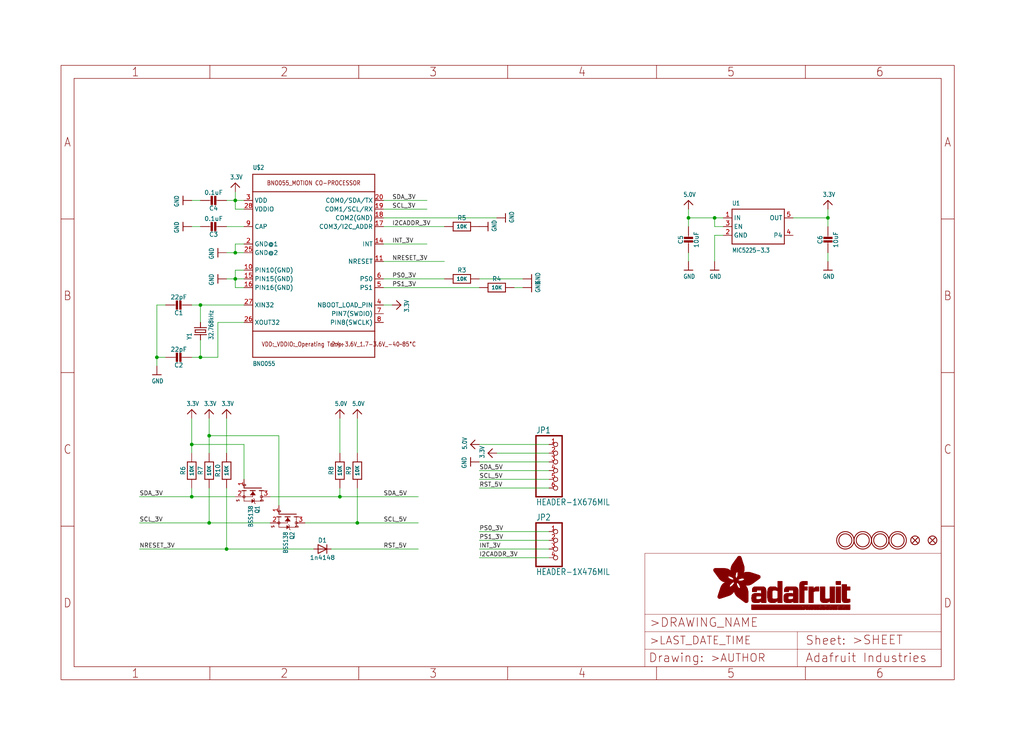
<source format=kicad_sch>
(kicad_sch (version 20211123) (generator eeschema)
  (paper "User" 298.45 218.313)
  (lib_symbols
    (symbol "Adafruit BNO055-eagle-import:3.3V" (power)
      (property "Value" "3.3V" (at -1.524 1.016 0))
      (symbol "3.3V_1_0"
        (pin power_in line (at 0 -2.54 90) (length 2.54) (name "3.3V") (number "1"))
      )
    )
    (symbol "Adafruit BNO055-eagle-import:5.0V" (power)
      (property "Value" "5.0V" (at -1.524 1.016 0))
      (symbol "5.0V_1_0"
        (pin power_in line (at 0 -2.54 90) (length 2.54) (name "5.0V") (number "1"))
      )
    )
    (symbol "Adafruit BNO055-eagle-import:BNO055"
      (property "Value" "BNO055" (at -17.78 -30.48 0))
      (symbol "BNO055_1_0"
        (text "2.4-3.6V_1.7-3.6V_-40~85°C" (at 5.08 -24.13 0) (effects (font (size 1.27 1.0795)) (justify left)))
        (text "BNO055_MOTION CO-PROCESSOR" (at 0 22.86 0) (effects (font (size 1.27 1.0795))))
        (text "VDD:_VDDIO:_Operating Temp:" (at -15.24 -24.13 0) (effects (font (size 1.27 1.0795)) (justify left)))
        (pin bidirectional line (at -20.32 -2.54 0) (length 2.54) (name "PIN10(GND)") (number "10"))
        (pin bidirectional line (at 20.32 0 180) (length 2.54) (name "NRESET") (number "11"))
        (pin output line (at 20.32 5.08 180) (length 2.54) (name "INT") (number "14"))
        (pin bidirectional line (at -20.32 -5.08 0) (length 2.54) (name "PIN15(GND)") (number "15"))
        (pin bidirectional line (at -20.32 -7.62 0) (length 2.54) (name "PIN16(GND)") (number "16"))
        (pin bidirectional line (at 20.32 10.16 180) (length 2.54) (name "COM3/I2C_ADDR") (number "17"))
        (pin bidirectional line (at 20.32 12.7 180) (length 2.54) (name "COM2(GND)") (number "18"))
        (pin bidirectional line (at 20.32 15.24 180) (length 2.54) (name "COM1/SCL/RX") (number "19"))
        (pin power_in line (at -20.32 5.08 0) (length 2.54) (name "GND@1") (number "2"))
        (pin bidirectional line (at 20.32 17.78 180) (length 2.54) (name "COM0/SDA/TX") (number "20"))
        (pin power_in line (at -20.32 2.54 0) (length 2.54) (name "GND@2") (number "25"))
        (pin output line (at -20.32 -17.78 0) (length 2.54) (name "XOUT32") (number "26"))
        (pin input line (at -20.32 -12.7 0) (length 2.54) (name "XIN32") (number "27"))
        (pin power_in line (at -20.32 15.24 0) (length 2.54) (name "VDDIO") (number "28"))
        (pin power_in line (at -20.32 17.78 0) (length 2.54) (name "VDD") (number "3"))
        (pin bidirectional line (at 20.32 -12.7 180) (length 2.54) (name "NBOOT_LOAD_PIN") (number "4"))
        (pin input line (at 20.32 -7.62 180) (length 2.54) (name "PS1") (number "5"))
        (pin input line (at 20.32 -5.08 180) (length 2.54) (name "PS0") (number "6"))
        (pin bidirectional line (at 20.32 -15.24 180) (length 2.54) (name "PIN7(SWDIO)") (number "7"))
        (pin bidirectional line (at 20.32 -17.78 180) (length 2.54) (name "PIN8(SWCLK)") (number "8"))
        (pin passive line (at -20.32 10.16 0) (length 2.54) (name "CAP") (number "9"))
      )
    )
    (symbol "Adafruit BNO055-eagle-import:CAP_CERAMIC0805-NOOUTLINE"
      (property "Reference" "C" (at -2.29 1.25 90))
      (property "Value" "CAP_CERAMIC0805-NOOUTLINE" (at 2.3 1.25 90))
      (symbol "CAP_CERAMIC0805-NOOUTLINE_1_0"
        (pin passive line (at 0 5.08 270) (length 2.54) (name "1") (number "1"))
        (pin passive line (at 0 -2.54 90) (length 2.54) (name "2") (number "2"))
      )
    )
    (symbol "Adafruit BNO055-eagle-import:CAP_CERAMIC0805_10MGAP"
      (property "Reference" "C" (at -2.29 1.25 90))
      (property "Value" "CAP_CERAMIC0805_10MGAP" (at 2.3 1.25 90))
      (symbol "CAP_CERAMIC0805_10MGAP_1_0"
        (pin passive line (at 0 5.08 270) (length 2.54) (name "1") (number "1"))
        (pin passive line (at 0 -2.54 90) (length 2.54) (name "2") (number "2"))
      )
    )
    (symbol "Adafruit BNO055-eagle-import:CRYSTAL8.0X3.8"
      (property "Reference" "Y" (at -2.54 2.54 0))
      (property "Value" "CRYSTAL8.0X3.8" (at -2.54 -3.81 0))
      (symbol "CRYSTAL8.0X3.8_1_0"
        (pin passive line (at -2.54 0 0) (length 0) (name "1") (number "P$1"))
        (pin passive line (at 2.54 0 180) (length 0) (name "2") (number "P$4"))
      )
    )
    (symbol "Adafruit BNO055-eagle-import:DIODESOD-323"
      (property "Reference" "D" (at 0 2.54 0))
      (property "Value" "DIODESOD-323" (at 0 -2.5 0))
      (symbol "DIODESOD-323_1_0"
        (pin passive line (at -2.54 0 0) (length 2.54) (name "A") (number "A"))
        (pin passive line (at 2.54 0 180) (length 2.54) (name "C") (number "C"))
      )
    )
    (symbol "Adafruit BNO055-eagle-import:FIDUCIAL{dblquote}{dblquote}")
    (symbol "Adafruit BNO055-eagle-import:FRAME_A4_ADAFRUIT"
      (symbol "FRAME_A4_ADAFRUIT_0_0"
        (text "1" (at 21.6958 1.905 0) (effects (font (size 2.54 2.286))))
        (text "1" (at 21.6958 177.165 0) (effects (font (size 2.54 2.286))))
        (text "2" (at 65.0875 1.905 0) (effects (font (size 2.54 2.286))))
        (text "2" (at 65.0875 177.165 0) (effects (font (size 2.54 2.286))))
        (text "3" (at 108.4792 1.905 0) (effects (font (size 2.54 2.286))))
        (text "3" (at 108.4792 177.165 0) (effects (font (size 2.54 2.286))))
        (text "4" (at 151.8708 1.905 0) (effects (font (size 2.54 2.286))))
        (text "4" (at 151.8708 177.165 0) (effects (font (size 2.54 2.286))))
        (text "5" (at 195.2625 1.905 0) (effects (font (size 2.54 2.286))))
        (text "5" (at 195.2625 177.165 0) (effects (font (size 2.54 2.286))))
        (text "6" (at 238.6542 1.905 0) (effects (font (size 2.54 2.286))))
        (text "6" (at 238.6542 177.165 0) (effects (font (size 2.54 2.286))))
        (text "A" (at 1.905 156.6863 0) (effects (font (size 2.54 2.286))))
        (text "A" (at 258.445 156.6863 0) (effects (font (size 2.54 2.286))))
        (text "B" (at 1.905 111.9188 0) (effects (font (size 2.54 2.286))))
        (text "B" (at 258.445 111.9188 0) (effects (font (size 2.54 2.286))))
        (text "C" (at 1.905 67.1513 0) (effects (font (size 2.54 2.286))))
        (text "C" (at 258.445 67.1513 0) (effects (font (size 2.54 2.286))))
        (text "D" (at 1.905 22.3838 0) (effects (font (size 2.54 2.286))))
        (text "D" (at 258.445 22.3838 0) (effects (font (size 2.54 2.286))))
      )
      (symbol "FRAME_A4_ADAFRUIT_1_0"
        (text ">AUTHOR" (at 189.23 5.08 0) (effects (font (size 2.286 2.286)) (justify left bottom)))
        (text ">DRAWING_NAME" (at 171.45 15.24 0) (effects (font (size 2.54 2.54)) (justify left bottom)))
        (text ">LAST_DATE_TIME" (at 171.45 10.16 0) (effects (font (size 2.286 2.286)) (justify left bottom)))
        (text ">SHEET" (at 230.505 10.16 0) (effects (font (size 2.54 2.54)) (justify left bottom)))
        (text "Adafruit Industries" (at 216.916 4.953 0) (effects (font (size 2.54 2.54)) (justify left bottom)))
        (text "Drawing:" (at 171.196 4.953 0) (effects (font (size 2.54 2.54)) (justify left bottom)))
        (text "Sheet:" (at 216.916 10.033 0) (effects (font (size 2.54 2.54)) (justify left bottom)))
      )
    )
    (symbol "Adafruit BNO055-eagle-import:GND" (power)
      (property "Value" "GND" (at -1.524 -2.54 0))
      (symbol "GND_1_0"
        (pin power_in line (at 0 2.54 270) (length 2.54) (name "GND") (number "1"))
      )
    )
    (symbol "Adafruit BNO055-eagle-import:HEADER-1X476MIL"
      (property "Reference" "JP" (at -6.35 8.255 0))
      (property "Value" "HEADER-1X476MIL" (at -6.35 -7.62 0))
      (symbol "HEADER-1X476MIL_1_0"
        (pin passive inverted (at -2.54 5.08 0) (length 2.54) (name "1") (number "1"))
        (pin passive inverted (at -2.54 2.54 0) (length 2.54) (name "2") (number "2"))
        (pin passive inverted (at -2.54 0 0) (length 2.54) (name "3") (number "3"))
        (pin passive inverted (at -2.54 -2.54 0) (length 2.54) (name "4") (number "4"))
      )
    )
    (symbol "Adafruit BNO055-eagle-import:HEADER-1X676MIL"
      (property "Reference" "JP" (at -6.35 10.795 0))
      (property "Value" "HEADER-1X676MIL" (at -6.35 -10.16 0))
      (symbol "HEADER-1X676MIL_1_0"
        (pin passive inverted (at -2.54 7.62 0) (length 2.54) (name "1") (number "1"))
        (pin passive inverted (at -2.54 5.08 0) (length 2.54) (name "2") (number "2"))
        (pin passive inverted (at -2.54 2.54 0) (length 2.54) (name "3") (number "3"))
        (pin passive inverted (at -2.54 0 0) (length 2.54) (name "4") (number "4"))
        (pin passive inverted (at -2.54 -2.54 0) (length 2.54) (name "5") (number "5"))
        (pin passive inverted (at -2.54 -5.08 0) (length 2.54) (name "6") (number "6"))
      )
    )
    (symbol "Adafruit BNO055-eagle-import:MOSFET-NWIDE"
      (property "Reference" "Q" (at 5.08 0.635 0))
      (property "Value" "MOSFET-NWIDE" (at 5.08 -1.27 0))
      (symbol "MOSFET-NWIDE_1_0"
        (text "D" (at 3.175 3.175 0) (effects (font (size 0.8128 0.6908)) (justify left bottom)))
        (text "G" (at -1.27 -1.905 0) (effects (font (size 0.8128 0.6908)) (justify left bottom)))
        (text "S" (at 3.175 -3.81 0) (effects (font (size 0.8128 0.6908)) (justify left bottom)))
        (pin bidirectional line (at -2.54 -2.54 0) (length 2.54) (name "G") (number "1"))
        (pin bidirectional line (at 2.54 -5.08 90) (length 2.54) (name "S") (number "2"))
        (pin bidirectional line (at 2.54 5.08 270) (length 2.54) (name "D") (number "3"))
      )
    )
    (symbol "Adafruit BNO055-eagle-import:MOUNTINGHOLE2.5_THICK")
    (symbol "Adafruit BNO055-eagle-import:RESISTOR0805_NOOUTLINE"
      (property "Reference" "R" (at 0 2.54 0))
      (property "Value" "RESISTOR0805_NOOUTLINE" (at 0 0 0))
      (symbol "RESISTOR0805_NOOUTLINE_1_0"
        (pin passive line (at -5.08 0 0) (length 2.54) (name "1") (number "1"))
        (pin passive line (at 5.08 0 180) (length 2.54) (name "2") (number "2"))
      )
    )
    (symbol "Adafruit BNO055-eagle-import:RESISTOR_0805MP"
      (property "Reference" "R" (at 0 2.54 0))
      (property "Value" "RESISTOR_0805MP" (at 0 0 0))
      (symbol "RESISTOR_0805MP_1_0"
        (pin passive line (at -5.08 0 0) (length 2.54) (name "1") (number "1"))
        (pin passive line (at 5.08 0 180) (length 2.54) (name "2") (number "2"))
      )
    )
    (symbol "Adafruit BNO055-eagle-import:VREG_SOT23-5"
      (property "Reference" "U" (at -7.62 6.096 0))
      (property "Value" "VREG_SOT23-5" (at -7.62 -7.62 0))
      (symbol "VREG_SOT23-5_1_0"
        (pin power_in line (at -10.16 2.54 0) (length 2.54) (name "IN") (number "1"))
        (pin power_in line (at -10.16 -2.54 0) (length 2.54) (name "GND") (number "2"))
        (pin input line (at -10.16 0 0) (length 2.54) (name "EN") (number "3"))
        (pin bidirectional line (at 10.16 -2.54 180) (length 2.54) (name "P4") (number "4"))
        (pin power_in line (at 10.16 2.54 180) (length 2.54) (name "OUT") (number "5"))
      )
    )
  )
  (junction (at 200.66 63.5))
  (junction (at 241.3 63.5))
  (junction (at 55.88 144.78))
  (junction (at 58.42 104.14))
  (junction (at 68.58 58.42))
  (junction (at 45.72 104.14))
  (junction (at 58.42 88.9))
  (junction (at 208.28 63.5))
  (junction (at 68.58 81.28))
  (junction (at 66.04 160.02))
  (junction (at 99.06 144.78))
  (junction (at 104.14 152.4))
  (junction (at 60.96 152.4))
  (junction (at 68.58 73.66))
  (junction (at 60.96 127))
  (junction (at 55.88 129.54))
  (wire (pts (xy 231.14 63.5) (xy 241.3 63.5)))
  (wire (pts (xy 68.58 58.42) (xy 68.58 55.88)))
  (wire (pts (xy 99.06 144.78) (xy 121.92 144.78)))
  (wire (pts (xy 58.42 104.14) (xy 55.88 104.14)))
  (wire (pts (xy 71.12 139.7) (xy 71.12 129.54)))
  (wire (pts (xy 68.58 60.96) (xy 68.58 58.42)))
  (wire (pts (xy 111.76 83.82) (xy 139.7 83.82)))
  (wire (pts (xy 210.82 66.04) (xy 208.28 66.04)))
  (wire (pts (xy 66.04 132.08) (xy 66.04 121.92)))
  (wire (pts (xy 63.5 104.14) (xy 58.42 104.14)))
  (wire (pts (xy 160.02 134.62) (xy 139.7 134.62)))
  (wire (pts (xy 149.86 83.82) (xy 152.4 83.82)))
  (wire (pts (xy 200.66 73.66) (xy 200.66 76.2)))
  (wire (pts (xy 60.96 127) (xy 60.96 121.92)))
  (wire (pts (xy 200.66 66.04) (xy 200.66 63.5)))
  (wire (pts (xy 71.12 66.04) (xy 66.04 66.04)))
  (wire (pts (xy 81.28 127) (xy 60.96 127)))
  (wire (pts (xy 58.42 99.06) (xy 58.42 104.14)))
  (wire (pts (xy 139.7 160.02) (xy 160.02 160.02)))
  (wire (pts (xy 55.88 144.78) (xy 40.64 144.78)))
  (wire (pts (xy 139.7 129.54) (xy 160.02 129.54)))
  (wire (pts (xy 111.76 88.9) (xy 114.3 88.9)))
  (wire (pts (xy 111.76 60.96) (xy 124.46 60.96)))
  (wire (pts (xy 71.12 73.66) (xy 68.58 73.66)))
  (wire (pts (xy 241.3 66.04) (xy 241.3 63.5)))
  (wire (pts (xy 139.7 139.7) (xy 160.02 139.7)))
  (wire (pts (xy 66.04 142.24) (xy 66.04 160.02)))
  (wire (pts (xy 71.12 93.98) (xy 63.5 93.98)))
  (wire (pts (xy 88.9 152.4) (xy 104.14 152.4)))
  (wire (pts (xy 139.7 81.28) (xy 152.4 81.28)))
  (wire (pts (xy 58.42 93.98) (xy 58.42 88.9)))
  (wire (pts (xy 48.26 104.14) (xy 45.72 104.14)))
  (wire (pts (xy 111.76 71.12) (xy 124.46 71.12)))
  (wire (pts (xy 99.06 144.78) (xy 99.06 142.24)))
  (wire (pts (xy 71.12 78.74) (xy 68.58 78.74)))
  (wire (pts (xy 208.28 68.58) (xy 208.28 76.2)))
  (wire (pts (xy 139.7 157.48) (xy 160.02 157.48)))
  (wire (pts (xy 66.04 58.42) (xy 68.58 58.42)))
  (wire (pts (xy 71.12 88.9) (xy 58.42 88.9)))
  (wire (pts (xy 58.42 88.9) (xy 55.88 88.9)))
  (wire (pts (xy 60.96 142.24) (xy 60.96 152.4)))
  (wire (pts (xy 104.14 132.08) (xy 104.14 121.92)))
  (wire (pts (xy 81.28 147.32) (xy 81.28 127)))
  (wire (pts (xy 241.3 63.5) (xy 241.3 60.96)))
  (wire (pts (xy 63.5 93.98) (xy 63.5 104.14)))
  (wire (pts (xy 58.42 58.42) (xy 55.88 58.42)))
  (wire (pts (xy 104.14 152.4) (xy 121.92 152.4)))
  (wire (pts (xy 200.66 63.5) (xy 200.66 60.96)))
  (wire (pts (xy 111.76 81.28) (xy 129.54 81.28)))
  (wire (pts (xy 68.58 78.74) (xy 68.58 81.28)))
  (wire (pts (xy 66.04 160.02) (xy 91.44 160.02)))
  (wire (pts (xy 71.12 58.42) (xy 68.58 58.42)))
  (wire (pts (xy 99.06 132.08) (xy 99.06 121.92)))
  (wire (pts (xy 71.12 129.54) (xy 55.88 129.54)))
  (wire (pts (xy 139.7 142.24) (xy 160.02 142.24)))
  (wire (pts (xy 58.42 66.04) (xy 55.88 66.04)))
  (wire (pts (xy 96.52 160.02) (xy 121.92 160.02)))
  (wire (pts (xy 111.76 76.2) (xy 129.54 76.2)))
  (wire (pts (xy 160.02 132.08) (xy 144.78 132.08)))
  (wire (pts (xy 111.76 58.42) (xy 124.46 58.42)))
  (wire (pts (xy 144.78 63.5) (xy 111.76 63.5)))
  (wire (pts (xy 241.3 73.66) (xy 241.3 76.2)))
  (wire (pts (xy 68.58 71.12) (xy 68.58 73.66)))
  (wire (pts (xy 71.12 60.96) (xy 68.58 60.96)))
  (wire (pts (xy 78.74 152.4) (xy 60.96 152.4)))
  (wire (pts (xy 139.7 162.56) (xy 160.02 162.56)))
  (wire (pts (xy 71.12 71.12) (xy 68.58 71.12)))
  (wire (pts (xy 60.96 152.4) (xy 40.64 152.4)))
  (wire (pts (xy 68.58 83.82) (xy 68.58 81.28)))
  (wire (pts (xy 68.58 81.28) (xy 66.04 81.28)))
  (wire (pts (xy 139.7 154.94) (xy 160.02 154.94)))
  (wire (pts (xy 104.14 152.4) (xy 104.14 142.24)))
  (wire (pts (xy 78.74 144.78) (xy 99.06 144.78)))
  (wire (pts (xy 208.28 66.04) (xy 208.28 63.5)))
  (wire (pts (xy 55.88 132.08) (xy 55.88 129.54)))
  (wire (pts (xy 71.12 81.28) (xy 68.58 81.28)))
  (wire (pts (xy 48.26 88.9) (xy 45.72 88.9)))
  (wire (pts (xy 68.58 73.66) (xy 66.04 73.66)))
  (wire (pts (xy 71.12 83.82) (xy 68.58 83.82)))
  (wire (pts (xy 210.82 68.58) (xy 208.28 68.58)))
  (wire (pts (xy 40.64 160.02) (xy 66.04 160.02)))
  (wire (pts (xy 210.82 63.5) (xy 208.28 63.5)))
  (wire (pts (xy 111.76 66.04) (xy 129.54 66.04)))
  (wire (pts (xy 55.88 129.54) (xy 55.88 121.92)))
  (wire (pts (xy 60.96 132.08) (xy 60.96 127)))
  (wire (pts (xy 139.7 137.16) (xy 160.02 137.16)))
  (wire (pts (xy 208.28 63.5) (xy 200.66 63.5)))
  (wire (pts (xy 68.58 144.78) (xy 55.88 144.78)))
  (wire (pts (xy 45.72 104.14) (xy 45.72 106.68)))
  (wire (pts (xy 55.88 142.24) (xy 55.88 144.78)))
  (wire (pts (xy 45.72 88.9) (xy 45.72 104.14)))
  (label "NRESET_3V" (at 114.3 76.2 0) (effects (font (size 1.2446 1.2446))))
  (label "SDA_5V" (at 111.76 144.78 0) (effects (font (size 1.2446 1.2446))))
  (label "SCL_5V" (at 111.76 152.4 0) (effects (font (size 1.2446 1.2446))))
  (label "INT_3V" (at 139.7 160.02 0) (effects (font (size 1.2446 1.2446))))
  (label "I2CADDR_3V" (at 114.3 66.04 0) (effects (font (size 1.2446 1.2446))))
  (label "PS0_3V" (at 139.7 154.94 0) (effects (font (size 1.2446 1.2446))))
  (label "SCL_3V" (at 114.3 60.96 0) (effects (font (size 1.2446 1.2446))))
  (label "NRESET_3V" (at 40.64 160.02 0) (effects (font (size 1.2446 1.2446))))
  (label "SCL_3V" (at 40.64 152.4 0) (effects (font (size 1.2446 1.2446))))
  (label "SDA_3V" (at 114.3 58.42 0) (effects (font (size 1.2446 1.2446))))
  (label "SCL_5V" (at 139.7 139.7 0) (effects (font (size 1.2446 1.2446))))
  (label "SDA_5V" (at 139.7 137.16 0) (effects (font (size 1.2446 1.2446))))
  (label "PS1_3V" (at 114.3 83.82 0) (effects (font (size 1.2446 1.2446))))
  (label "I2CADDR_3V" (at 139.7 162.56 0) (effects (font (size 1.2446 1.2446))))
  (label "RST_5V" (at 139.7 142.24 0) (effects (font (size 1.2446 1.2446))))
  (label "RST_5V" (at 111.76 160.02 0) (effects (font (size 1.2446 1.2446))))
  (label "PS1_3V" (at 139.7 157.48 0) (effects (font (size 1.2446 1.2446))))
  (label "PS0_3V" (at 114.3 81.28 0) (effects (font (size 1.2446 1.2446))))
  (label "SDA_3V" (at 40.64 144.78 0) (effects (font (size 1.2446 1.2446))))
  (label "INT_3V" (at 114.3 71.12 0) (effects (font (size 1.2446 1.2446))))
  (symbol (lib_id "Adafruit BNO055-eagle-import:GND") (at 63.5 73.66 270) (unit 1)
    (property "Reference" "#U$13" (effects hide))
    (property "Value" "GND" (at 60.96 72.136 0) (effects (font (size 1.27 1.0795)) (justify left bottom)))
    (property "Footprint" "Adafruit BNO055:" (effects hide))
  )
  (symbol (lib_id "Adafruit BNO055-eagle-import:VREG_SOT23-5") (at 220.98 66.04 0)
    (property "Reference" "U1" (at 213.36 59.944 0) (effects (font (size 1.27 1.0795)) (justify left bottom)))
    (property "Value" "MIC5225-3.3" (at 213.36 73.66 0) (effects (font (size 1.27 1.0795)) (justify left bottom)))
    (property "Footprint" "Adafruit BNO055:SOT23-5" (effects hide))
  )
  (symbol (lib_id "Adafruit BNO055-eagle-import:GND") (at 45.72 109.22 0) (unit 1)
    (property "Reference" "#U$11" (effects hide))
    (property "Value" "GND" (at 44.196 111.76 0) (effects (font (size 1.27 1.0795)) (justify left bottom)))
    (property "Footprint" "Adafruit BNO055:" (effects hide))
  )
  (symbol (lib_id "Adafruit BNO055-eagle-import:3.3V") (at 66.04 119.38 0) (unit 1)
    (property "Reference" "#U$27" (effects hide))
    (property "Value" "3.3V" (at 64.516 118.364 0) (effects (font (size 1.27 1.0795)) (justify left bottom)))
    (property "Footprint" "Adafruit BNO055:" (effects hide))
  )
  (symbol (lib_id "Adafruit BNO055-eagle-import:BNO055") (at 91.44 76.2 0)
    (property "Reference" "U$2" (at 73.66 49.53 0) (effects (font (size 1.27 1.0795)) (justify left bottom)))
    (property "Value" "BNO055" (at 73.66 106.68 0) (effects (font (size 1.27 1.0795)) (justify left bottom)))
    (property "Footprint" "Adafruit BNO055:BNO055" (effects hide))
  )
  (symbol (lib_id "Adafruit BNO055-eagle-import:RESISTOR0805_NOOUTLINE") (at 55.88 137.16 90)
    (property "Reference" "R6" (at 53.34 137.16 0))
    (property "Value" "10K" (at 55.88 137.16 0) (effects (font (size 1.016 1.016) bold)))
    (property "Footprint" "Adafruit BNO055:0805-NO" (effects hide))
  )
  (symbol (lib_id "Adafruit BNO055-eagle-import:CAP_CERAMIC0805-NOOUTLINE") (at 53.34 88.9 90)
    (property "Reference" "C1" (at 52.09 91.19 90))
    (property "Value" "22pF" (at 52.09 86.6 90))
    (property "Footprint" "Adafruit BNO055:0805-NO" (effects hide))
  )
  (symbol (lib_id "Adafruit BNO055-eagle-import:GND") (at 154.94 81.28 90) (unit 1)
    (property "Reference" "#U$5" (effects hide))
    (property "Value" "GND" (at 157.48 82.804 0) (effects (font (size 1.27 1.0795)) (justify left bottom)))
    (property "Footprint" "Adafruit BNO055:" (effects hide))
  )
  (symbol (lib_id "Adafruit BNO055-eagle-import:CRYSTAL8.0X3.8") (at 58.42 96.52 90)
    (property "Reference" "Y1" (at 55.88 99.06 0) (effects (font (size 1.27 1.0795)) (justify left bottom)))
    (property "Value" "32.768kHz" (at 62.23 99.06 0) (effects (font (size 1.27 1.0795)) (justify left bottom)))
    (property "Footprint" "Adafruit BNO055:CRYSTAL_8X3.8" (effects hide))
  )
  (symbol (lib_id "Adafruit BNO055-eagle-import:FIDUCIAL{dblquote}{dblquote}") (at 271.78 157.48 0) (unit 1)
    (property "Reference" "FID1" (effects hide))
    (property "Value" "FIDUCIAL{dblquote}{dblquote}" (effects hide))
    (property "Footprint" "Adafruit BNO055:FIDUCIAL_1MM" (effects hide))
  )
  (symbol (lib_id "Adafruit BNO055-eagle-import:3.3V") (at 60.96 119.38 0) (unit 1)
    (property "Reference" "#U$9" (effects hide))
    (property "Value" "3.3V" (at 59.436 118.364 0) (effects (font (size 1.27 1.0795)) (justify left bottom)))
    (property "Footprint" "Adafruit BNO055:" (effects hide))
  )
  (symbol (lib_id "Adafruit BNO055-eagle-import:MOUNTINGHOLE2.5_THICK") (at 246.38 157.48 0) (unit 1)
    (property "Reference" "U$32" (effects hide))
    (property "Value" "MOUNTINGHOLE2.5_THICK" (effects hide))
    (property "Footprint" "Adafruit BNO055:MOUNTINGHOLE_2.5_PLATED_THICK" (effects hide))
  )
  (symbol (lib_id "Adafruit BNO055-eagle-import:MOUNTINGHOLE2.5_THICK") (at 256.54 157.48 0) (unit 1)
    (property "Reference" "U$30" (effects hide))
    (property "Value" "MOUNTINGHOLE2.5_THICK" (effects hide))
    (property "Footprint" "Adafruit BNO055:MOUNTINGHOLE_2.5_PLATED_THICK" (effects hide))
  )
  (symbol (lib_id "Adafruit BNO055-eagle-import:GND") (at 200.66 78.74 0) (unit 1)
    (property "Reference" "#U$22" (effects hide))
    (property "Value" "GND" (at 199.136 81.28 0) (effects (font (size 1.27 1.0795)) (justify left bottom)))
    (property "Footprint" "Adafruit BNO055:" (effects hide))
  )
  (symbol (lib_id "Adafruit BNO055-eagle-import:RESISTOR_0805MP") (at 104.14 137.16 90)
    (property "Reference" "R9" (at 101.6 137.16 0))
    (property "Value" "10K" (at 104.14 137.16 0) (effects (font (size 1.016 1.016) bold)))
    (property "Footprint" "Adafruit BNO055:_0805MP" (effects hide))
  )
  (symbol (lib_id "Adafruit BNO055-eagle-import:CAP_CERAMIC0805_10MGAP") (at 241.3 71.12 0)
    (property "Reference" "C6" (at 239.01 69.87 90))
    (property "Value" "10uF" (at 243.6 69.87 90))
    (property "Footprint" "Adafruit BNO055:0805_10MGAP" (effects hide))
  )
  (symbol (lib_id "Adafruit BNO055-eagle-import:CAP_CERAMIC0805-NOOUTLINE") (at 200.66 71.12 0)
    (property "Reference" "C5" (at 198.37 69.87 90))
    (property "Value" "10uF" (at 202.96 69.87 90))
    (property "Footprint" "Adafruit BNO055:0805-NO" (effects hide))
  )
  (symbol (lib_id "Adafruit BNO055-eagle-import:FRAME_A4_ADAFRUIT") (at 17.78 198.12 0) (unit 1)
    (property "Reference" "#U$1" (effects hide))
    (property "Value" "FRAME_A4_ADAFRUIT" (effects hide))
    (property "Footprint" "Adafruit BNO055:" (effects hide))
  )
  (symbol (lib_id "Adafruit BNO055-eagle-import:5.0V") (at 99.06 119.38 0) (unit 1)
    (property "Reference" "#U$19" (effects hide))
    (property "Value" "5.0V" (at 97.536 118.364 0) (effects (font (size 1.27 1.0795)) (justify left bottom)))
    (property "Footprint" "Adafruit BNO055:" (effects hide))
  )
  (symbol (lib_id "Adafruit BNO055-eagle-import:MOUNTINGHOLE2.5_THICK") (at 251.46 157.48 0) (unit 1)
    (property "Reference" "U$31" (effects hide))
    (property "Value" "MOUNTINGHOLE2.5_THICK" (effects hide))
    (property "Footprint" "Adafruit BNO055:MOUNTINGHOLE_2.5_PLATED_THICK" (effects hide))
  )
  (symbol (lib_id "Adafruit BNO055-eagle-import:RESISTOR0805_NOOUTLINE") (at 60.96 137.16 90)
    (property "Reference" "R7" (at 58.42 137.16 0))
    (property "Value" "10K" (at 60.96 137.16 0) (effects (font (size 1.016 1.016) bold)))
    (property "Footprint" "Adafruit BNO055:0805-NO" (effects hide))
  )
  (symbol (lib_id "Adafruit BNO055-eagle-import:3.3V") (at 68.58 53.34 0) (unit 1)
    (property "Reference" "#U$21" (effects hide))
    (property "Value" "3.3V" (at 67.056 52.324 0) (effects (font (size 1.27 1.0795)) (justify left bottom)))
    (property "Footprint" "Adafruit BNO055:" (effects hide))
  )
  (symbol (lib_id "Adafruit BNO055-eagle-import:RESISTOR0805_NOOUTLINE") (at 134.62 66.04 0)
    (property "Reference" "R5" (at 134.62 63.5 0))
    (property "Value" "10K" (at 134.62 66.04 0) (effects (font (size 1.016 1.016) bold)))
    (property "Footprint" "Adafruit BNO055:0805-NO" (effects hide))
  )
  (symbol (lib_id "Adafruit BNO055-eagle-import:MOUNTINGHOLE2.5_THICK") (at 261.62 157.48 0) (unit 1)
    (property "Reference" "U$29" (effects hide))
    (property "Value" "MOUNTINGHOLE2.5_THICK" (effects hide))
    (property "Footprint" "Adafruit BNO055:MOUNTINGHOLE_2.5_PLATED_THICK" (effects hide))
  )
  (symbol (lib_id "Adafruit BNO055-eagle-import:HEADER-1X676MIL") (at 162.56 137.16 0)
    (property "Reference" "JP1" (at 156.21 126.365 0) (effects (font (size 1.778 1.5113)) (justify left bottom)))
    (property "Value" "HEADER-1X676MIL" (at 156.21 147.32 0) (effects (font (size 1.778 1.5113)) (justify left bottom)))
    (property "Footprint" "Adafruit BNO055:1X06_ROUND_76" (effects hide))
  )
  (symbol (lib_id "Adafruit BNO055-eagle-import:3.3V") (at 116.84 88.9 270) (unit 1)
    (property "Reference" "#U$15" (effects hide))
    (property "Value" "3.3V" (at 117.856 87.376 0) (effects (font (size 1.27 1.0795)) (justify left bottom)))
    (property "Footprint" "Adafruit BNO055:" (effects hide))
  )
  (symbol (lib_id "Adafruit BNO055-eagle-import:RESISTOR_0805MP") (at 99.06 137.16 90)
    (property "Reference" "R8" (at 96.52 137.16 0))
    (property "Value" "10K" (at 99.06 137.16 0) (effects (font (size 1.016 1.016) bold)))
    (property "Footprint" "Adafruit BNO055:_0805MP" (effects hide))
  )
  (symbol (lib_id "Adafruit BNO055-eagle-import:GND") (at 63.5 81.28 270) (unit 1)
    (property "Reference" "#U$12" (effects hide))
    (property "Value" "GND" (at 60.96 79.756 0) (effects (font (size 1.27 1.0795)) (justify left bottom)))
    (property "Footprint" "Adafruit BNO055:" (effects hide))
  )
  (symbol (lib_id "Adafruit BNO055-eagle-import:MOSFET-NWIDE") (at 73.66 142.24 270)
    (property "Reference" "Q1" (at 74.295 147.32 0) (effects (font (size 1.27 1.0795)) (justify left bottom)))
    (property "Value" "BSS138" (at 72.39 147.32 0) (effects (font (size 1.27 1.0795)) (justify left bottom)))
    (property "Footprint" "Adafruit BNO055:SOT23-WIDE" (effects hide))
  )
  (symbol (lib_id "Adafruit BNO055-eagle-import:CAP_CERAMIC0805-NOOUTLINE") (at 53.34 104.14 90)
    (property "Reference" "C2" (at 52.09 106.43 90))
    (property "Value" "22pF" (at 52.09 101.84 90))
    (property "Footprint" "Adafruit BNO055:0805-NO" (effects hide))
  )
  (symbol (lib_id "Adafruit BNO055-eagle-import:GND") (at 208.28 78.74 0) (unit 1)
    (property "Reference" "#U$26" (effects hide))
    (property "Value" "GND" (at 206.756 81.28 0) (effects (font (size 1.27 1.0795)) (justify left bottom)))
    (property "Footprint" "Adafruit BNO055:" (effects hide))
  )
  (symbol (lib_id "Adafruit BNO055-eagle-import:MOSFET-NWIDE") (at 83.82 149.86 270)
    (property "Reference" "Q2" (at 84.455 154.94 0) (effects (font (size 1.27 1.0795)) (justify left bottom)))
    (property "Value" "BSS138" (at 82.55 154.94 0) (effects (font (size 1.27 1.0795)) (justify left bottom)))
    (property "Footprint" "Adafruit BNO055:SOT23-WIDE" (effects hide))
  )
  (symbol (lib_id "Adafruit BNO055-eagle-import:RESISTOR0805_NOOUTLINE") (at 134.62 81.28 0)
    (property "Reference" "R3" (at 134.62 78.74 0))
    (property "Value" "10K" (at 134.62 81.28 0) (effects (font (size 1.016 1.016) bold)))
    (property "Footprint" "Adafruit BNO055:0805-NO" (effects hide))
  )
  (symbol (lib_id "Adafruit BNO055-eagle-import:RESISTOR0805_NOOUTLINE") (at 144.78 83.82 0)
    (property "Reference" "R4" (at 144.78 81.28 0))
    (property "Value" "10K" (at 144.78 83.82 0) (effects (font (size 1.016 1.016) bold)))
    (property "Footprint" "Adafruit BNO055:0805-NO" (effects hide))
  )
  (symbol (lib_id "Adafruit BNO055-eagle-import:5.0V") (at 137.16 129.54 90) (unit 1)
    (property "Reference" "#U$10" (effects hide))
    (property "Value" "5.0V" (at 136.144 131.064 0) (effects (font (size 1.27 1.0795)) (justify left bottom)))
    (property "Footprint" "Adafruit BNO055:" (effects hide))
  )
  (symbol (lib_id "Adafruit BNO055-eagle-import:CAP_CERAMIC0805-NOOUTLINE") (at 63.5 66.04 90)
    (property "Reference" "C3" (at 62.25 68.33 90))
    (property "Value" "0.1uF" (at 62.25 63.74 90))
    (property "Footprint" "Adafruit BNO055:0805-NO" (effects hide))
  )
  (symbol (lib_id "Adafruit BNO055-eagle-import:3.3V") (at 142.24 132.08 90) (unit 1)
    (property "Reference" "#U$17" (effects hide))
    (property "Value" "3.3V" (at 141.224 133.604 0) (effects (font (size 1.27 1.0795)) (justify left bottom)))
    (property "Footprint" "Adafruit BNO055:" (effects hide))
  )
  (symbol (lib_id "Adafruit BNO055-eagle-import:GND") (at 53.34 66.04 270) (unit 1)
    (property "Reference" "#U$14" (effects hide))
    (property "Value" "GND" (at 50.8 64.516 0) (effects (font (size 1.27 1.0795)) (justify left bottom)))
    (property "Footprint" "Adafruit BNO055:" (effects hide))
  )
  (symbol (lib_id "Adafruit BNO055-eagle-import:GND") (at 154.94 83.82 90) (unit 1)
    (property "Reference" "#U$6" (effects hide))
    (property "Value" "GND" (at 157.48 85.344 0) (effects (font (size 1.27 1.0795)) (justify left bottom)))
    (property "Footprint" "Adafruit BNO055:" (effects hide))
  )
  (symbol (lib_id "Adafruit BNO055-eagle-import:3.3V") (at 55.88 119.38 0) (unit 1)
    (property "Reference" "#U$4" (effects hide))
    (property "Value" "3.3V" (at 54.356 118.364 0) (effects (font (size 1.27 1.0795)) (justify left bottom)))
    (property "Footprint" "Adafruit BNO055:" (effects hide))
  )
  (symbol (lib_id "Adafruit BNO055-eagle-import:DIODESOD-323") (at 93.98 160.02 0)
    (property "Reference" "D1" (at 93.98 157.48 0))
    (property "Value" "1n4148" (at 93.98 162.52 0))
    (property "Footprint" "Adafruit BNO055:SOD-323" (effects hide))
  )
  (symbol (lib_id "Adafruit BNO055-eagle-import:GND") (at 147.32 63.5 90) (unit 1)
    (property "Reference" "#U$8" (effects hide))
    (property "Value" "GND" (at 149.86 65.024 0) (effects (font (size 1.27 1.0795)) (justify left bottom)))
    (property "Footprint" "Adafruit BNO055:" (effects hide))
  )
  (symbol (lib_id "Adafruit BNO055-eagle-import:GND") (at 142.24 66.04 90) (unit 1)
    (property "Reference" "#U$7" (effects hide))
    (property "Value" "GND" (at 144.78 67.564 0) (effects (font (size 1.27 1.0795)) (justify left bottom)))
    (property "Footprint" "Adafruit BNO055:" (effects hide))
  )
  (symbol (lib_id "Adafruit BNO055-eagle-import:5.0V") (at 104.14 119.38 0) (unit 1)
    (property "Reference" "#U$20" (effects hide))
    (property "Value" "5.0V" (at 102.616 118.364 0) (effects (font (size 1.27 1.0795)) (justify left bottom)))
    (property "Footprint" "Adafruit BNO055:" (effects hide))
  )
  (symbol (lib_id "Adafruit BNO055-eagle-import:GND") (at 241.3 78.74 0) (unit 1)
    (property "Reference" "#U$23" (effects hide))
    (property "Value" "GND" (at 239.776 81.28 0) (effects (font (size 1.27 1.0795)) (justify left bottom)))
    (property "Footprint" "Adafruit BNO055:" (effects hide))
  )
  (symbol (lib_id "Adafruit BNO055-eagle-import:GND") (at 53.34 58.42 270) (unit 1)
    (property "Reference" "#U$16" (effects hide))
    (property "Value" "GND" (at 50.8 56.896 0) (effects (font (size 1.27 1.0795)) (justify left bottom)))
    (property "Footprint" "Adafruit BNO055:" (effects hide))
  )
  (symbol (lib_id "Adafruit BNO055-eagle-import:HEADER-1X476MIL") (at 162.56 160.02 0)
    (property "Reference" "JP2" (at 156.21 151.765 0) (effects (font (size 1.778 1.5113)) (justify left bottom)))
    (property "Value" "HEADER-1X476MIL" (at 156.21 167.64 0) (effects (font (size 1.778 1.5113)) (justify left bottom)))
    (property "Footprint" "Adafruit BNO055:1X04_ROUND_76" (effects hide))
  )
  (symbol (lib_id "Adafruit BNO055-eagle-import:CAP_CERAMIC0805_10MGAP") (at 63.5 58.42 90)
    (property "Reference" "C4" (at 62.25 60.71 90))
    (property "Value" "0.1uF" (at 62.25 56.12 90))
    (property "Footprint" "Adafruit BNO055:0805_10MGAP" (effects hide))
  )
  (symbol (lib_id "Adafruit BNO055-eagle-import:FIDUCIAL{dblquote}{dblquote}") (at 266.7 157.48 0) (unit 1)
    (property "Reference" "FID2" (effects hide))
    (property "Value" "FIDUCIAL{dblquote}{dblquote}" (effects hide))
    (property "Footprint" "Adafruit BNO055:FIDUCIAL_1MM" (effects hide))
  )
  (symbol (lib_id "Adafruit BNO055-eagle-import:RESISTOR0805_NOOUTLINE") (at 66.04 137.16 90)
    (property "Reference" "R10" (at 63.5 137.16 0))
    (property "Value" "10K" (at 66.04 137.16 0) (effects (font (size 1.016 1.016) bold)))
    (property "Footprint" "Adafruit BNO055:0805-NO" (effects hide))
  )
  (symbol (lib_id "Adafruit BNO055-eagle-import:GND") (at 137.16 134.62 270) (unit 1)
    (property "Reference" "#U$18" (effects hide))
    (property "Value" "GND" (at 134.62 133.096 0) (effects (font (size 1.27 1.0795)) (justify left bottom)))
    (property "Footprint" "Adafruit BNO055:" (effects hide))
  )
  (symbol (lib_id "Adafruit BNO055-eagle-import:3.3V") (at 241.3 58.42 0) (unit 1)
    (property "Reference" "#U$24" (effects hide))
    (property "Value" "3.3V" (at 239.776 57.404 0) (effects (font (size 1.27 1.0795)) (justify left bottom)))
    (property "Footprint" "Adafruit BNO055:" (effects hide))
  )
  (symbol (lib_id "Adafruit BNO055-eagle-import:5.0V") (at 200.66 58.42 0) (unit 1)
    (property "Reference" "#U$25" (effects hide))
    (property "Value" "5.0V" (at 199.136 57.404 0) (effects (font (size 1.27 1.0795)) (justify left bottom)))
    (property "Footprint" "Adafruit BNO055:" (effects hide))
  )
)
</source>
